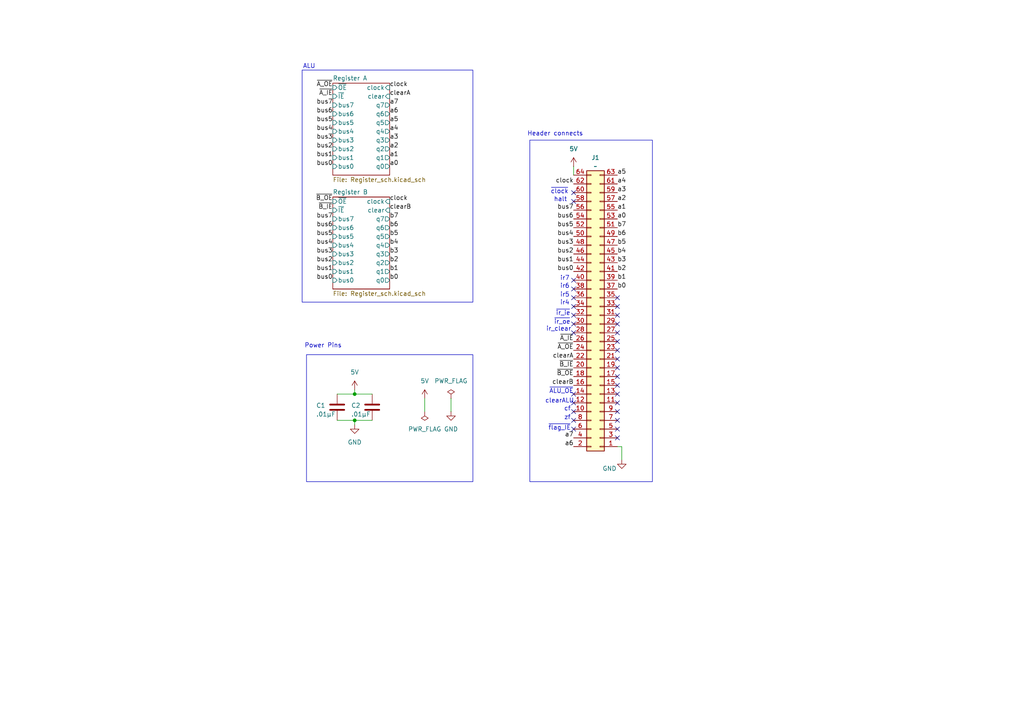
<source format=kicad_sch>
(kicad_sch (version 20250114) (generator "eeschema") (generator_version "9.0")
  (paper "A4")
  (title_block (title "Arithmethic Logic Unit") (date "2024-11-11") (company "Arsenal Gear"))
  (lib_symbols
    (symbol "Device:C" (pin_numbers (hide yes)) (pin_names (offset 0.254))
      (property "Reference" "C" (at 0.635 2.54 0))
      (property "Value" "C" (at 0.635 -2.54 0))
      (symbol "C_0_1"
        (polyline (pts (xy -2.032 0.762) (xy 2.032 0.762)) (stroke (width 0.508)))
        (polyline (pts (xy -2.032 -0.762) (xy 2.032 -0.762)) (stroke (width 0.508)))
      )
      (symbol "C_1_1"
        (pin passive line (at 0 3.81 270) (length 2.794) (name "~") (number "1"))
        (pin passive line (at 0 -3.81 90) (length 2.794) (name "~") (number "2"))
      )
    )
    (symbol "pc104:PC104" (in_bom no) (on_board no)
      (property "Reference" "J" (at 0.254 44.196 0))
      (symbol "PC104_1_1"
        (rectangle (start -2.54 40.767) (end -1.27 40.513) (stroke (width 0.1524)))
        (rectangle (start -2.54 38.227) (end -1.27 37.973) (stroke (width 0.1524)))
        (rectangle (start -2.54 35.687) (end -1.27 35.433) (stroke (width 0.1524)))
        (rectangle (start -2.54 33.147) (end -1.27 32.893) (stroke (width 0.1524)))
        (rectangle (start -2.54 30.607) (end -1.27 30.353) (stroke (width 0.1524)))
        (rectangle (start -2.54 28.067) (end -1.27 27.813) (stroke (width 0.1524)))
        (rectangle (start -2.54 25.527) (end -1.27 25.273) (stroke (width 0.1524)))
        (rectangle (start -2.54 22.987) (end -1.27 22.733) (stroke (width 0.1524)))
        (rectangle (start -2.54 20.447) (end -1.27 20.193) (stroke (width 0.1524)))
        (rectangle (start -2.54 17.907) (end -1.27 17.653) (stroke (width 0.1524)))
        (rectangle (start -2.54 15.367) (end -1.27 15.113) (stroke (width 0.1524)))
        (rectangle (start -2.54 12.827) (end -1.27 12.573) (stroke (width 0.1524)))
        (rectangle (start -2.54 10.287) (end -1.27 10.033) (stroke (width 0.1524)))
        (rectangle (start -2.54 7.747) (end -1.27 7.493) (stroke (width 0.1524)))
        (rectangle (start -2.54 5.207) (end -1.27 4.953) (stroke (width 0.1524)))
        (rectangle (start -2.54 2.667) (end -1.27 2.413) (stroke (width 0.1524)))
        (rectangle (start -2.54 0.127) (end -1.27 -0.127) (stroke (width 0.1524)))
        (rectangle (start -2.54 -2.413) (end -1.27 -2.667) (stroke (width 0.1524)))
        (rectangle (start -2.54 -4.953) (end -1.27 -5.207) (stroke (width 0.1524)))
        (rectangle (start -2.54 -7.493) (end -1.27 -7.747) (stroke (width 0.1524)))
        (rectangle (start -2.54 -10.033) (end -1.27 -10.287) (stroke (width 0.1524)))
        (rectangle (start -2.54 -12.573) (end -1.27 -12.827) (stroke (width 0.1524)))
        (rectangle (start -2.54 -15.113) (end -1.27 -15.367) (stroke (width 0.1524)))
        (rectangle (start -2.54 -17.653) (end -1.27 -17.907) (stroke (width 0.1524)))
        (rectangle (start -2.54 -20.193) (end -1.27 -20.447) (stroke (width 0.1524)))
        (rectangle (start -2.54 -22.733) (end -1.27 -22.987) (stroke (width 0.1524)))
        (rectangle (start -2.54 -25.273) (end -1.27 -25.527) (stroke (width 0.1524)))
        (rectangle (start -2.54 -27.813) (end -1.27 -28.067) (stroke (width 0.1524)))
        (rectangle (start -2.54 -30.353) (end -1.27 -30.607) (stroke (width 0.1524)))
        (rectangle (start -2.54 -32.893) (end -1.27 -33.147) (stroke (width 0.1524)))
        (rectangle (start -2.54 -35.433) (end -1.27 -35.687) (stroke (width 0.1524)))
        (rectangle (start -2.54 -37.973) (end -1.27 -38.227) (stroke (width 0.1524)))
        (rectangle (start 2.54 41.91) (end -2.54 -39.37) (stroke (width 0.254)) (fill (type background)))
        (rectangle (start 2.54 40.767) (end 1.27 40.513) (stroke (width 0.1524)))
        (rectangle (start 2.54 38.227) (end 1.27 37.973) (stroke (width 0.1524)))
        (rectangle (start 2.54 35.687) (end 1.27 35.433) (stroke (width 0.1524)))
        (rectangle (start 2.54 33.147) (end 1.27 32.893) (stroke (width 0.1524)))
        (rectangle (start 2.54 30.607) (end 1.27 30.353) (stroke (width 0.1524)))
        (rectangle (start 2.54 28.067) (end 1.27 27.813) (stroke (width 0.1524)))
        (rectangle (start 2.54 25.527) (end 1.27 25.273) (stroke (width 0.1524)))
        (rectangle (start 2.54 22.987) (end 1.27 22.733) (stroke (width 0.1524)))
        (rectangle (start 2.54 20.447) (end 1.27 20.193) (stroke (width 0.1524)))
        (rectangle (start 2.54 17.907) (end 1.27 17.653) (stroke (width 0.1524)))
        (rectangle (start 2.54 15.367) (end 1.27 15.113) (stroke (width 0.1524)))
        (rectangle (start 2.54 12.827) (end 1.27 12.573) (stroke (width 0.1524)))
        (rectangle (start 2.54 10.287) (end 1.27 10.033) (stroke (width 0.1524)))
        (rectangle (start 2.54 7.747) (end 1.27 7.493) (stroke (width 0.1524)))
        (rectangle (start 2.54 5.207) (end 1.27 4.953) (stroke (width 0.1524)))
        (rectangle (start 2.54 2.667) (end 1.27 2.413) (stroke (width 0.1524)))
        (rectangle (start 2.54 0.127) (end 1.27 -0.127) (stroke (width 0.1524)))
        (rectangle (start 2.54 -2.413) (end 1.27 -2.667) (stroke (width 0.1524)))
        (rectangle (start 2.54 -4.953) (end 1.27 -5.207) (stroke (width 0.1524)))
        (rectangle (start 2.54 -7.493) (end 1.27 -7.747) (stroke (width 0.1524)))
        (rectangle (start 2.54 -10.033) (end 1.27 -10.287) (stroke (width 0.1524)))
        (rectangle (start 2.54 -12.573) (end 1.27 -12.827) (stroke (width 0.1524)))
        (rectangle (start 2.54 -15.113) (end 1.27 -15.367) (stroke (width 0.1524)))
        (rectangle (start 2.54 -17.653) (end 1.27 -17.907) (stroke (width 0.1524)))
        (rectangle (start 2.54 -20.193) (end 1.27 -20.447) (stroke (width 0.1524)))
        (rectangle (start 2.54 -22.733) (end 1.27 -22.987) (stroke (width 0.1524)))
        (rectangle (start 2.54 -25.273) (end 1.27 -25.527) (stroke (width 0.1524)))
        (rectangle (start 2.54 -27.813) (end 1.27 -28.067) (stroke (width 0.1524)))
        (rectangle (start 2.54 -30.353) (end 1.27 -30.607) (stroke (width 0.1524)))
        (rectangle (start 2.54 -32.893) (end 1.27 -33.147) (stroke (width 0.1524)))
        (rectangle (start 2.54 -35.433) (end 1.27 -35.687) (stroke (width 0.1524)))
        (rectangle (start 2.54 -37.973) (end 1.27 -38.227) (stroke (width 0.1524)))
        (pin passive line (at -6.35 40.64 0) (length 3.81) (name "") (number "64"))
        (pin passive line (at -6.35 38.1 0) (length 3.81) (name "") (number "62"))
        (pin passive line (at -6.35 35.56 0) (length 3.81) (name "") (number "60"))
        (pin passive line (at -6.35 33.02 0) (length 3.81) (name "") (number "58"))
        (pin passive line (at -6.35 30.48 0) (length 3.81) (name "") (number "56"))
        (pin passive line (at -6.35 27.94 0) (length 3.81) (name "") (number "54"))
        (pin passive line (at -6.35 25.4 0) (length 3.81) (name "") (number "52"))
        (pin passive line (at -6.35 22.86 0) (length 3.81) (name "") (number "50"))
        (pin passive line (at -6.35 20.32 0) (length 3.81) (name "") (number "48"))
        (pin passive line (at -6.35 17.78 0) (length 3.81) (name "") (number "46"))
        (pin passive line (at -6.35 15.24 0) (length 3.81) (name "") (number "44"))
        (pin passive line (at -6.35 12.7 0) (length 3.81) (name "") (number "42"))
        (pin passive line (at -6.35 10.16 0) (length 3.81) (name "") (number "40"))
        (pin passive line (at -6.35 7.62 0) (length 3.81) (name "") (number "38"))
        (pin passive line (at -6.35 5.08 0) (length 3.81) (name "") (number "36"))
        (pin passive line (at -6.35 2.54 0) (length 3.81) (name "") (number "34"))
        (pin passive line (at -6.35 0 0) (length 3.81) (name "") (number "32"))
        (pin passive line (at -6.35 -2.54 0) (length 3.81) (name "") (number "30"))
        (pin passive line (at -6.35 -5.08 0) (length 3.81) (name "") (number "28"))
        (pin passive line (at -6.35 -7.62 0) (length 3.81) (name "") (number "26"))
        (pin passive line (at -6.35 -10.16 0) (length 3.81) (name "") (number "24"))
        (pin passive line (at -6.35 -12.7 0) (length 3.81) (name "") (number "22"))
        (pin passive line (at -6.35 -15.24 0) (length 3.81) (name "") (number "20"))
        (pin passive line (at -6.35 -17.78 0) (length 3.81) (name "") (number "18"))
        (pin passive line (at -6.35 -20.32 0) (length 3.81) (name "") (number "16"))
        (pin passive line (at -6.35 -22.86 0) (length 3.81) (name "") (number "14"))
        (pin passive line (at -6.35 -25.4 0) (length 3.81) (name "") (number "12"))
        (pin passive line (at -6.35 -27.94 0) (length 3.81) (name "") (number "10"))
        (pin passive line (at -6.35 -30.48 0) (length 3.81) (name "") (number "8"))
        (pin passive line (at -6.35 -33.02 0) (length 3.81) (name "") (number "6"))
        (pin passive line (at -6.35 -35.56 0) (length 3.81) (name "") (number "4"))
        (pin passive line (at -6.35 -38.1 0) (length 3.81) (name "") (number "2"))
        (pin passive line (at 6.35 40.64 180) (length 3.81) (name "") (number "63"))
        (pin passive line (at 6.35 38.1 180) (length 3.81) (name "") (number "61"))
        (pin passive line (at 6.35 35.56 180) (length 3.81) (name "") (number "59"))
        (pin passive line (at 6.35 33.02 180) (length 3.81) (name "") (number "57"))
        (pin passive line (at 6.35 30.48 180) (length 3.81) (name "") (number "55"))
        (pin passive line (at 6.35 27.94 180) (length 3.81) (name "") (number "53"))
        (pin passive line (at 6.35 25.4 180) (length 3.81) (name "") (number "51"))
        (pin passive line (at 6.35 22.86 180) (length 3.81) (name "") (number "49"))
        (pin passive line (at 6.35 20.32 180) (length 3.81) (name "") (number "47"))
        (pin passive line (at 6.35 17.78 180) (length 3.81) (name "") (number "45"))
        (pin passive line (at 6.35 15.24 180) (length 3.81) (name "") (number "43"))
        (pin passive line (at 6.35 12.7 180) (length 3.81) (name "") (number "41"))
        (pin passive line (at 6.35 10.16 180) (length 3.81) (name "") (number "39"))
        (pin passive line (at 6.35 7.62 180) (length 3.81) (name "") (number "37"))
        (pin passive line (at 6.35 5.08 180) (length 3.81) (name "") (number "35"))
        (pin passive line (at 6.35 2.54 180) (length 3.81) (name "") (number "33"))
        (pin passive line (at 6.35 0 180) (length 3.81) (name "") (number "31"))
        (pin passive line (at 6.35 -2.54 180) (length 3.81) (name "") (number "29"))
        (pin passive line (at 6.35 -5.08 180) (length 3.81) (name "") (number "27"))
        (pin passive line (at 6.35 -7.62 180) (length 3.81) (name "") (number "25"))
        (pin passive line (at 6.35 -10.16 180) (length 3.81) (name "") (number "23"))
        (pin passive line (at 6.35 -12.7 180) (length 3.81) (name "") (number "21"))
        (pin passive line (at 6.35 -15.24 180) (length 3.81) (name "") (number "19"))
        (pin passive line (at 6.35 -17.78 180) (length 3.81) (name "") (number "17"))
        (pin passive line (at 6.35 -20.32 180) (length 3.81) (name "") (number "15"))
        (pin passive line (at 6.35 -22.86 180) (length 3.81) (name "") (number "13"))
        (pin passive line (at 6.35 -25.4 180) (length 3.81) (name "") (number "11"))
        (pin passive line (at 6.35 -27.94 180) (length 3.81) (name "") (number "9"))
        (pin passive line (at 6.35 -30.48 180) (length 3.81) (name "") (number "7"))
        (pin passive line (at 6.35 -33.02 180) (length 3.81) (name "") (number "5"))
        (pin passive line (at 6.35 -35.56 180) (length 3.81) (name "") (number "3"))
        (pin passive line (at 6.35 -38.1 180) (length 3.81) (name "") (number "1"))
      )
    )
    (symbol "power:GND" (power) (pin_numbers (hide yes)) (pin_names (offset 0) (hide yes))
      (property "Value" "GND" (at 0 -3.81 0))
      (symbol "GND_0_1"
        (polyline (pts (xy 0 0) (xy 0 -1.27) (xy 1.27 -1.27) (xy 0 -2.54) (xy -1.27 -1.27) (xy 0 -1.27)))
      )
      (symbol "GND_1_1"
        (pin power_in line (at 0 0 270) (length 0) (name "~") (number "1"))
      )
    )
    (symbol "power:PWR_FLAG" (power) (pin_numbers (hide yes)) (pin_names (offset 0) (hide yes))
      (property "Value" "PWR_FLAG" (at 0 3.81 0))
      (symbol "PWR_FLAG_0_0"
        (pin power_out line (at 0 0 90) (length 0) (name "~") (number "1"))
      )
      (symbol "PWR_FLAG_0_1"
        (polyline (pts (xy 0 0) (xy 0 1.27) (xy -1.016 1.905) (xy 0 2.54) (xy 1.016 1.905) (xy 0 1.27)))
      )
    )
    (symbol "power:VCC" (power) (pin_numbers (hide yes)) (pin_names (offset 0) (hide yes))
      (property "Value" "VCC" (at 0 3.556 0))
      (symbol "VCC_0_1"
        (polyline (pts (xy -0.762 1.27) (xy 0 2.54)))
        (polyline (pts (xy 0 2.54) (xy 0.762 1.27)))
        (polyline (pts (xy 0 0) (xy 0 2.54)))
      )
      (symbol "VCC_1_1"
        (pin power_in line (at 0 0 90) (length 0) (name "~") (number "1"))
      )
    )
  )
  (rectangle (start 153.67 40.64) (end 189.23 139.7))
  (rectangle (start 88.9 102.87) (end 137.16 139.7))
  (rectangle (start 87.63 20.32) (end 137.16 87.63))
  (text "ir5" (at 163.83 85.598 0) (effects (font (size 1.27 1.27))))
  (text "ir6" (at 163.83 83.058 0) (effects (font (size 1.27 1.27))))
  (text "~{ir_ie}" (at 163.322 90.932 0) (effects (font (size 1.27 1.27))))
  (text "ALU" (at 89.662 19.304 0) (effects (font (size 1.27 1.27))))
  (text "~{ir_oe}" (at 163.068 93.472 0) (effects (font (size 1.27 1.27))))
  (text "~{ALU_OE}" (at 162.814 113.538 0) (effects (font (size 1.27 1.27))))
  (text "ir_clear" (at 162.052 95.504 0) (effects (font (size 1.27 1.27))))
  (text "halt" (at 162.56 57.912 0) (effects (font (size 1.27 1.27))))
  (text "~{clock}" (at 162.306 55.626 0) (effects (font (size 1.27 1.27))))
  (text "zf" (at 164.592 121.158 0) (effects (font (size 1.27 1.27))))
  (text "ir7" (at 163.83 80.772 0) (effects (font (size 1.27 1.27))))
  (text "ir4" (at 163.83 87.884 0) (effects (font (size 1.27 1.27))))
  (text "Header connects" (at 161.036 38.862 0) (effects (font (size 1.27 1.27))))
  (text "cf" (at 164.592 118.618 0) (effects (font (size 1.27 1.27))))
  (text "Power Pins" (at 93.726 100.33 0) (effects (font (size 1.27 1.27))))
  (text "~{flag_IE}" (at 162.306 124.206 0) (effects (font (size 1.27 1.27))))
  (text "clearALU" (at 162.306 116.332 0) (effects (font (size 1.27 1.27))))
  (junction (at 102.87 114.3))
  (junction (at 102.87 121.92))
  (no_connect (at 166.37 114.3))
  (no_connect (at 166.37 88.9))
  (no_connect (at 179.07 124.46))
  (no_connect (at 166.37 58.42))
  (no_connect (at 179.07 119.38))
  (no_connect (at 166.37 81.28))
  (no_connect (at 179.07 127))
  (no_connect (at 179.07 116.84))
  (no_connect (at 166.37 119.38))
  (no_connect (at 179.07 121.92))
  (no_connect (at 166.37 91.44))
  (no_connect (at 179.07 96.52))
  (no_connect (at 179.07 111.76))
  (no_connect (at 179.07 91.44))
  (no_connect (at 179.07 93.98))
  (no_connect (at 166.37 124.46))
  (no_connect (at 166.37 116.84))
  (no_connect (at 179.07 101.6))
  (no_connect (at 179.07 114.3))
  (no_connect (at 166.37 83.82))
  (no_connect (at 166.37 93.98))
  (no_connect (at 179.07 104.14))
  (no_connect (at 166.37 96.52))
  (no_connect (at 166.37 86.36))
  (no_connect (at 179.07 99.06))
  (no_connect (at 179.07 86.36))
  (no_connect (at 179.07 106.68))
  (no_connect (at 179.07 88.9))
  (no_connect (at 166.37 55.88))
  (no_connect (at 166.37 121.92))
  (no_connect (at 179.07 109.22))
  (wire (pts (xy 123.19 115.57) (xy 123.19 119.38)))
  (wire (pts (xy 97.79 114.3) (xy 102.87 114.3)))
  (wire (pts (xy 102.87 121.92) (xy 107.95 121.92)))
  (wire (pts (xy 97.79 121.92) (xy 102.87 121.92)))
  (wire (pts (xy 180.34 129.54) (xy 179.07 129.54)))
  (wire (pts (xy 102.87 114.3) (xy 102.87 113.03)))
  (wire (pts (xy 102.87 114.3) (xy 107.95 114.3)))
  (wire (pts (xy 166.37 48.26) (xy 166.37 50.8)))
  (wire (pts (xy 180.34 133.35) (xy 180.34 129.54)))
  (wire (pts (xy 102.87 121.92) (xy 102.87 123.19)))
  (wire (pts (xy 130.81 115.57) (xy 130.81 119.38)))
  (label "a0" (at 113.03 48.26 0))
  (label "~{B_OE}" (at 96.52 58.42 180))
  (label "a1" (at 179.07 60.96 0))
  (label "bus3" (at 166.37 71.12 180))
  (label "bus3" (at 96.52 73.66 180))
  (label "~{A_IE}" (at 96.52 27.94 180))
  (label "bus3" (at 96.52 40.64 180))
  (label "b3" (at 179.07 76.2 0))
  (label "bus2" (at 96.52 43.18 180))
  (label "a4" (at 179.07 53.34 0))
  (label "bus6" (at 166.37 63.5 180))
  (label "b7" (at 113.03 63.5 0))
  (label "bus6" (at 96.52 66.04 180))
  (label "bus7" (at 166.37 60.96 180))
  (label "a5" (at 113.03 35.56 0))
  (label "~{A_IE}" (at 166.37 99.06 180))
  (label "b6" (at 113.03 66.04 0))
  (label "bus0" (at 166.37 78.74 180))
  (label "a1" (at 113.03 45.72 0))
  (label "clock" (at 113.03 25.4 0))
  (label "b5" (at 113.03 68.58 0))
  (label "a3" (at 179.07 55.88 0))
  (label "~{A_OE}" (at 166.37 101.6 180))
  (label "bus1" (at 96.52 78.74 180))
  (label "a5" (at 179.07 50.8 0))
  (label "~{B_OE}" (at 166.37 109.22 180))
  (label "bus1" (at 166.37 76.2 180))
  (label "b2" (at 179.07 78.74 0))
  (label "bus2" (at 166.37 73.66 180))
  (label "~{A_OE}" (at 96.52 25.4 180))
  (label "a0" (at 179.07 63.5 0))
  (label "clearA" (at 166.37 104.14 180))
  (label "b0" (at 179.07 83.82 0))
  (label "a7" (at 113.03 30.48 0))
  (label "a3" (at 113.03 40.64 0))
  (label "bus0" (at 96.52 81.28 180))
  (label "clearB" (at 113.03 60.96 0))
  (label "a2" (at 179.07 58.42 0))
  (label "bus5" (at 96.52 35.56 180))
  (label "bus7" (at 96.52 30.48 180))
  (label "clearB" (at 166.37 111.76 180))
  (label "a7" (at 166.37 127 180))
  (label "b1" (at 179.07 81.28 0))
  (label "clock" (at 113.03 58.42 0))
  (label "bus6" (at 96.52 33.02 180))
  (label "bus5" (at 166.37 66.04 180))
  (label "b1" (at 113.03 78.74 0))
  (label "b7" (at 179.07 66.04 0))
  (label "bus4" (at 96.52 38.1 180))
  (label "b5" (at 179.07 71.12 0))
  (label "b6" (at 179.07 68.58 0))
  (label "bus4" (at 96.52 71.12 180))
  (label "~{B_IE}" (at 166.37 106.68 180))
  (label "clearA" (at 113.03 27.94 0))
  (label "b4" (at 113.03 71.12 0))
  (label "bus4" (at 166.37 68.58 180))
  (label "b0" (at 113.03 81.28 0))
  (label "bus5" (at 96.52 68.58 180))
  (label "b3" (at 113.03 73.66 0))
  (label "a6" (at 166.37 129.54 180))
  (label "a6" (at 113.03 33.02 0))
  (label "b4" (at 179.07 73.66 0))
  (label "bus7" (at 96.52 63.5 180))
  (label "bus2" (at 96.52 76.2 180))
  (label "clock" (at 166.37 53.34 180))
  (label "bus0" (at 96.52 48.26 180))
  (label "a4" (at 113.03 38.1 0))
  (label "a2" (at 113.03 43.18 0))
  (label "~{B_IE}" (at 96.52 60.96 180))
  (label "bus1" (at 96.52 45.72 180))
  (label "b2" (at 113.03 76.2 0))
  (symbol (lib_id "power:PWR_FLAG") (at 123.19 119.38 180) (unit 1) (exclude_from_sim yes)
    (property "Reference" "#FLG01" (effects (hide yes)))
    (property "Value" "PWR_FLAG" (at 123.19 124.46 0))
    (property "Description" "Special symbol for telling ERC where power comes from" (effects (hide yes)))
  )
  (symbol (lib_id "power:GND") (at 180.34 133.35 0) (unit 1) (exclude_from_sim yes)
    (property "Reference" "#PWR06" (effects (hide yes)))
    (property "Value" "GND" (at 176.784 135.89 0))
    (property "Description" "Power symbol creates a global label with name \"GND\" , ground" (effects (hide yes)))
  )
  (symbol (lib_id "pc104:PC104") (at 172.72 91.44 0) (unit 1)
    (property "Reference" "J1" (at 172.72 45.72 0))
    (property "Value" "~" (at 172.72 48.26 0))
    (property "Footprint" "MyFootPrints:PC104-Standard" (effects (hide yes)))
  )
  (symbol (lib_id "Device:C") (at 107.95 118.11 180) (unit 1)
    (property "Reference" "C2" (at 101.854 117.602 0) (effects (justify right)))
    (property "Value" ".01µF" (at 101.854 120.142 0) (effects (justify right)))
    (property "Footprint" "Capacitor_THT:C_Disc_D5.0mm_W2.5mm_P2.50mm" (effects (hide yes)))
    (property "Description" "Unpolarized capacitor" (effects (hide yes)))
  )
  (symbol (lib_id "power:GND") (at 130.81 119.38 0) (unit 1) (exclude_from_sim yes)
    (property "Reference" "#PWR04" (effects (hide yes)))
    (property "Value" "GND" (at 130.81 124.46 0))
    (property "Description" "Power symbol creates a global label with name \"GND\" , ground" (effects (hide yes)))
  )
  (symbol (lib_id "power:GND") (at 102.87 123.19 0) (unit 1) (exclude_from_sim yes)
    (property "Reference" "#PWR02" (effects (hide yes)))
    (property "Value" "GND" (at 102.87 128.27 0))
    (property "Description" "Power symbol creates a global label with name \"GND\" , ground" (effects (hide yes)))
  )
  (symbol (lib_id "power:VCC") (at 166.37 48.26 0) (unit 1) (exclude_from_sim yes)
    (property "Reference" "#PWR05" (effects (hide yes)))
    (property "Value" "5V" (at 166.37 43.18 0))
    (property "Description" "Power symbol creates a global label with name \"VCC\"" (effects (hide yes)))
  )
  (symbol (lib_id "power:VCC") (at 123.19 115.57 0) (unit 1) (exclude_from_sim yes)
    (property "Reference" "#PWR03" (effects (hide yes)))
    (property "Value" "5V" (at 123.19 110.49 0))
    (property "Description" "Power symbol creates a global label with name \"VCC\"" (effects (hide yes)))
  )
  (symbol (lib_id "power:VCC") (at 102.87 113.03 0) (unit 1) (exclude_from_sim yes)
    (property "Reference" "#PWR01" (effects (hide yes)))
    (property "Value" "5V" (at 102.87 107.95 0))
    (property "Description" "Power symbol creates a global label with name \"VCC\"" (effects (hide yes)))
  )
  (symbol (lib_id "Device:C") (at 97.79 118.11 180) (unit 1)
    (property "Reference" "C1" (at 91.694 117.602 0) (effects (justify right)))
    (property "Value" ".01µF" (at 91.694 120.142 0) (effects (justify right)))
    (property "Footprint" "Capacitor_THT:C_Disc_D5.0mm_W2.5mm_P2.50mm" (effects (hide yes)))
    (property "Description" "Unpolarized capacitor" (effects (hide yes)))
  )
  (symbol (lib_id "power:PWR_FLAG") (at 130.81 115.57 0) (unit 1) (exclude_from_sim yes)
    (property "Reference" "#FLG02" (effects (hide yes)))
    (property "Value" "PWR_FLAG" (at 130.81 110.49 0))
    (property "Description" "Special symbol for telling ERC where power comes from" (effects (hide yes)))
  )
  (sheet (at 96.52 24.13) (size 16.51 26.67) (stroke (width 0.1524))
    (property "Sheetname" "Register A" (at 96.52 23.4184 0) (effects (justify left bottom)))
    (property "Sheetfile" "Register_sch.kicad_sch" (at 96.52 51.3846 0) (effects (justify left top)))
    (pin "clock" input (at 113.03 25.4 0))
    (pin "~{OE}" input (at 96.52 25.4 180))
    (pin "bus4" input (at 96.52 38.1 180))
    (pin "bus5" input (at 96.52 35.56 180))
    (pin "bus7" input (at 96.52 30.48 180))
    (pin "bus3" input (at 96.52 40.64 180))
    (pin "bus6" input (at 96.52 33.02 180))
    (pin "bus2" input (at 96.52 43.18 180))
    (pin "bus0" input (at 96.52 48.26 180))
    (pin "bus1" input (at 96.52 45.72 180))
    (pin "q3" output (at 113.03 40.64 0))
    (pin "q6" output (at 113.03 33.02 0))
    (pin "q4" output (at 113.03 38.1 0))
    (pin "q5" output (at 113.03 35.56 0))
    (pin "q0" output (at 113.03 48.26 0))
    (pin "q1" output (at 113.03 45.72 0))
    (pin "q2" output (at 113.03 43.18 0))
    (pin "q7" output (at 113.03 30.48 0))
    (pin "~{IE}" input (at 96.52 27.94 180))
    (pin "clear" input (at 113.03 27.94 0))
  )
  (sheet (at 96.52 57.15) (size 16.51 26.67) (stroke (width 0.1524))
    (property "Sheetname" "Register B" (at 96.52 56.4384 0) (effects (justify left bottom)))
    (property "Sheetfile" "Register_sch.kicad_sch" (at 96.52 84.4046 0) (effects (justify left top)))
    (pin "clock" input (at 113.03 58.42 0))
    (pin "~{OE}" input (at 96.52 58.42 180))
    (pin "bus4" input (at 96.52 71.12 180))
    (pin "bus5" input (at 96.52 68.58 180))
    (pin "bus7" input (at 96.52 63.5 180))
    (pin "bus3" input (at 96.52 73.66 180))
    (pin "bus6" input (at 96.52 66.04 180))
    (pin "bus2" input (at 96.52 76.2 180))
    (pin "bus0" input (at 96.52 81.28 180))
    (pin "bus1" input (at 96.52 78.74 180))
    (pin "q3" output (at 113.03 73.66 0))
    (pin "q6" output (at 113.03 66.04 0))
    (pin "q4" output (at 113.03 71.12 0))
    (pin "q5" output (at 113.03 68.58 0))
    (pin "q0" output (at 113.03 81.28 0))
    (pin "q1" output (at 113.03 78.74 0))
    (pin "q2" output (at 113.03 76.2 0))
    (pin "q7" output (at 113.03 63.5 0))
    (pin "~{IE}" input (at 96.52 60.96 180))
    (pin "clear" input (at 113.03 60.96 0))
  )
)
</source>
